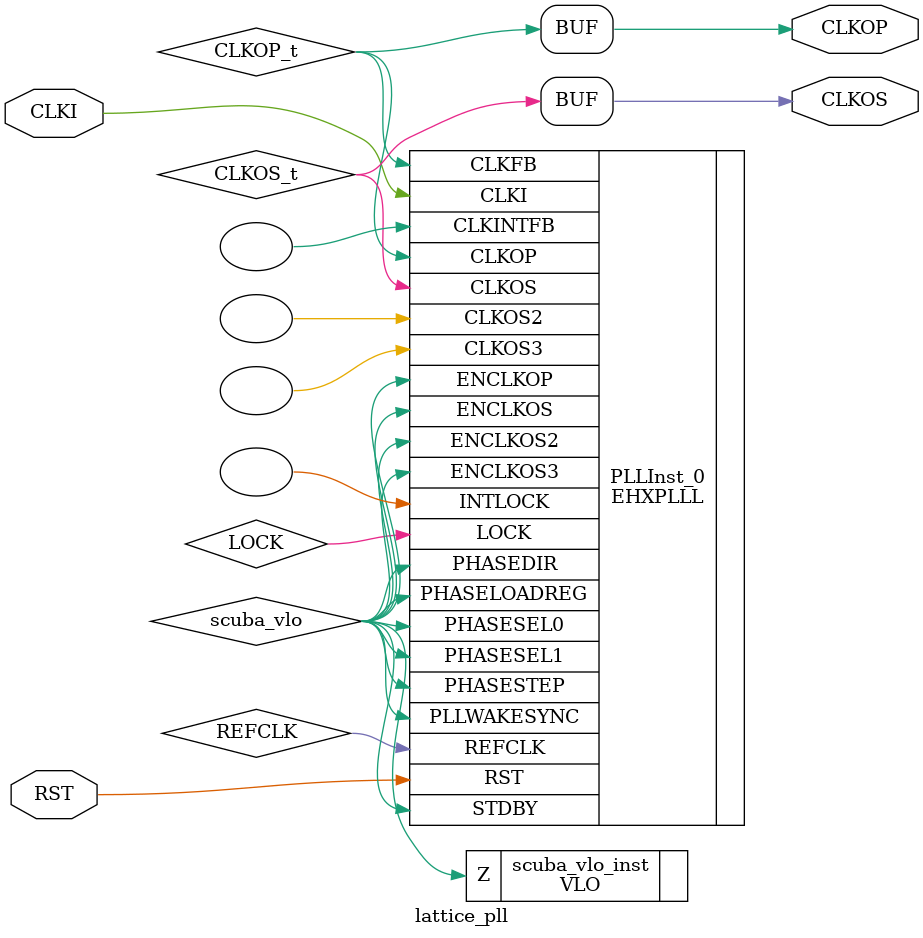
<source format=v>
/* Verilog netlist generated by SCUBA Diamond (64-bit) 3.14.0.75.2 */
/* Module Version: 5.7 */
/* C:\Programme2\Lattice\Diamond\ispfpga\bin\nt64\scuba.exe -w -n lattice_pll -lang verilog -synth synplify -bus_exp 7 -bb -arch sa5p00 -type pll -fin 16.00 -fclkop 200 -fclkop_tol 0.0 -fclkos 100 -fclkos_tol 0.0 -phases 0 -phase_cntl STATIC -rst -fb_mode 1 -fdc O:/fpga/lattice/claritydesigner/lattice_pll/lattice_pll.fdc  */
/* Thu Feb 26 22:44:25 2026 */


`timescale 1 ns / 1 ps
module lattice_pll (CLKI, RST, CLKOP, CLKOS)/* synthesis NGD_DRC_MASK=1 */;
    input wire CLKI;
    input wire RST;
    output wire CLKOP;
    output wire CLKOS;

    wire REFCLK;
    wire LOCK;
    wire CLKOS_t;
    wire CLKOP_t;
    wire scuba_vhi;
    wire scuba_vlo;

    VHI scuba_vhi_inst (.Z(scuba_vhi));

    VLO scuba_vlo_inst (.Z(scuba_vlo));

    defparam PLLInst_0.PLLRST_ENA = "ENABLED" ;
    defparam PLLInst_0.INTFB_WAKE = "DISABLED" ;
    defparam PLLInst_0.STDBY_ENABLE = "DISABLED" ;
    defparam PLLInst_0.DPHASE_SOURCE = "DISABLED" ;
    defparam PLLInst_0.CLKOS3_FPHASE = 0 ;
    defparam PLLInst_0.CLKOS3_CPHASE = 0 ;
    defparam PLLInst_0.CLKOS2_FPHASE = 0 ;
    defparam PLLInst_0.CLKOS2_CPHASE = 0 ;
    defparam PLLInst_0.CLKOS_FPHASE = 0 ;
    defparam PLLInst_0.CLKOS_CPHASE = 5 ;
    defparam PLLInst_0.CLKOP_FPHASE = 0 ;
    defparam PLLInst_0.CLKOP_CPHASE = 2 ;
    defparam PLLInst_0.PLL_LOCK_MODE = 0 ;
    defparam PLLInst_0.CLKOS_TRIM_DELAY = 0 ;
    defparam PLLInst_0.CLKOS_TRIM_POL = "FALLING" ;
    defparam PLLInst_0.CLKOP_TRIM_DELAY = 0 ;
    defparam PLLInst_0.CLKOP_TRIM_POL = "FALLING" ;
    defparam PLLInst_0.OUTDIVIDER_MUXD = "DIVD" ;
    defparam PLLInst_0.CLKOS3_ENABLE = "DISABLED" ;
    defparam PLLInst_0.OUTDIVIDER_MUXC = "DIVC" ;
    defparam PLLInst_0.CLKOS2_ENABLE = "DISABLED" ;
    defparam PLLInst_0.OUTDIVIDER_MUXB = "DIVB" ;
    defparam PLLInst_0.CLKOS_ENABLE = "ENABLED" ;
    defparam PLLInst_0.OUTDIVIDER_MUXA = "DIVA" ;
    defparam PLLInst_0.CLKOP_ENABLE = "ENABLED" ;
    defparam PLLInst_0.CLKOS3_DIV = 1 ;
    defparam PLLInst_0.CLKOS2_DIV = 1 ;
    defparam PLLInst_0.CLKOS_DIV = 6 ;
    defparam PLLInst_0.CLKOP_DIV = 3 ;
    defparam PLLInst_0.CLKFB_DIV = 25 ;
    defparam PLLInst_0.CLKI_DIV = 2 ;
    defparam PLLInst_0.FEEDBK_PATH = "CLKOP" ;
    EHXPLLL PLLInst_0 (.CLKI(CLKI), .CLKFB(CLKOP_t), .PHASESEL1(scuba_vlo), 
        .PHASESEL0(scuba_vlo), .PHASEDIR(scuba_vlo), .PHASESTEP(scuba_vlo), 
        .PHASELOADREG(scuba_vlo), .STDBY(scuba_vlo), .PLLWAKESYNC(scuba_vlo), 
        .RST(RST), .ENCLKOP(scuba_vlo), .ENCLKOS(scuba_vlo), .ENCLKOS2(scuba_vlo), 
        .ENCLKOS3(scuba_vlo), .CLKOP(CLKOP_t), .CLKOS(CLKOS_t), .CLKOS2(), 
        .CLKOS3(), .LOCK(LOCK), .INTLOCK(), .REFCLK(REFCLK), .CLKINTFB())
             /* synthesis FREQUENCY_PIN_CLKOS="100.000000" */
             /* synthesis FREQUENCY_PIN_CLKOP="200.000000" */
             /* synthesis FREQUENCY_PIN_CLKI="16.000000" */
             /* synthesis ICP_CURRENT="5" */
             /* synthesis LPF_RESISTOR="16" */;

    assign CLKOS = CLKOS_t;
    assign CLKOP = CLKOP_t;


    // exemplar begin
    // exemplar attribute PLLInst_0 FREQUENCY_PIN_CLKOS 100.000000
    // exemplar attribute PLLInst_0 FREQUENCY_PIN_CLKOP 200.000000
    // exemplar attribute PLLInst_0 FREQUENCY_PIN_CLKI 16.000000
    // exemplar attribute PLLInst_0 ICP_CURRENT 5
    // exemplar attribute PLLInst_0 LPF_RESISTOR 16
    // exemplar end

endmodule

</source>
